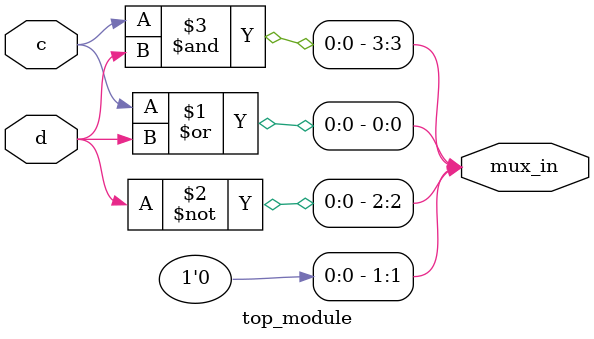
<source format=v>
module top_module (
    input c,
    input d,
    output [3:0] mux_in
); 
    assign mux_in[0] = c | d;
    assign mux_in[1] = 0;
    assign mux_in[2] = ~d;
    assign mux_in[3] = c & d;
endmodule
</source>
